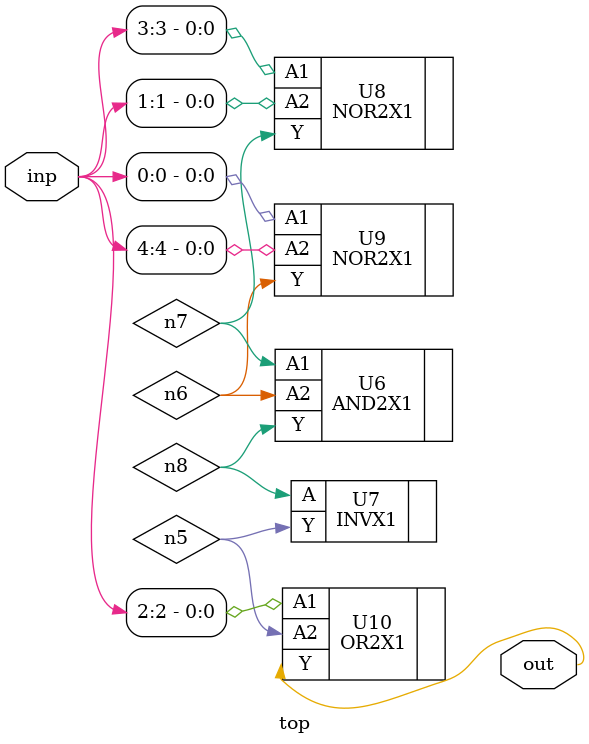
<source format=sv>


module top ( inp, out );
  input [4:0] inp;
  output out;
  wire   n5, n6, n7, n8;

  AND2X1 U6 ( .A1(n7), .A2(n6), .Y(n8) );
  INVX1 U7 ( .A(n8), .Y(n5) );
  NOR2X1 U8 ( .A1(inp[3]), .A2(inp[1]), .Y(n7) );
  NOR2X1 U9 ( .A1(inp[0]), .A2(inp[4]), .Y(n6) );
  OR2X1 U10 ( .A1(inp[2]), .A2(n5), .Y(out) );
endmodule


</source>
